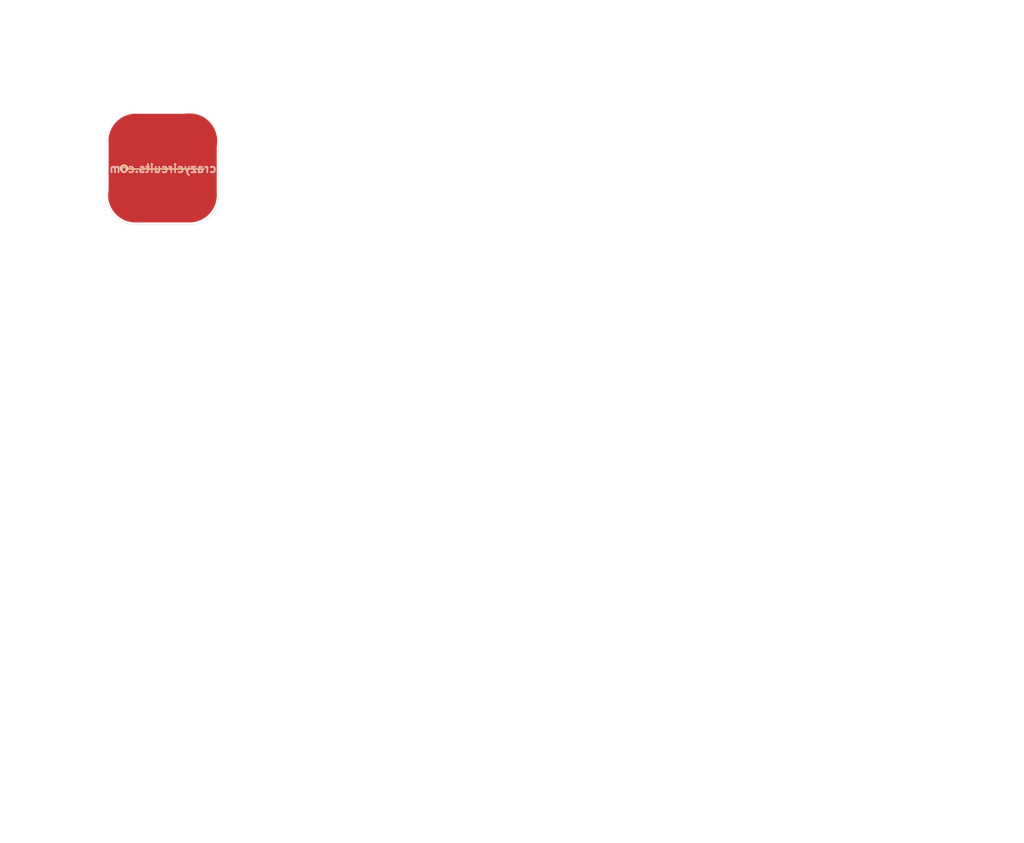
<source format=kicad_pcb>
(kicad_pcb (version 4) (host pcbnew 4.0.5-e0-6337~49~ubuntu16.04.1)

  (general
    (links 0)
    (no_connects 0)
    (area 104.572999 74.854999 178.510001 123.265001)
    (thickness 1.6)
    (drawings 4)
    (tracks 0)
    (zones 0)
    (modules 1)
    (nets 1)
  )

  (page USLetter)
  (title_block
    (title "Crazy Circuits Logo Blank")
    (date "17 Jan 2017")
    (rev 1.0)
    (company "All rights reserved.")
    (comment 1 help@browndoggadgets.com)
    (comment 2 http://browndoggadgets.com/)
    (comment 3 "Brown Dog Gadgets")
  )

  (layers
    (0 F.Cu signal)
    (31 B.Cu signal)
    (34 B.Paste user)
    (35 F.Paste user)
    (36 B.SilkS user)
    (37 F.SilkS user)
    (38 B.Mask user)
    (39 F.Mask user)
    (40 Dwgs.User user)
    (44 Edge.Cuts user)
    (46 B.CrtYd user)
    (47 F.CrtYd user)
    (48 B.Fab user)
    (49 F.Fab user)
  )

  (setup
    (last_trace_width 0.254)
    (user_trace_width 0.1524)
    (user_trace_width 0.254)
    (user_trace_width 0.3302)
    (user_trace_width 0.508)
    (user_trace_width 0.762)
    (user_trace_width 1.27)
    (trace_clearance 0.254)
    (zone_clearance 0.508)
    (zone_45_only no)
    (trace_min 0.1524)
    (segment_width 0.1524)
    (edge_width 0.1524)
    (via_size 0.6858)
    (via_drill 0.3302)
    (via_min_size 0.6858)
    (via_min_drill 0.3302)
    (user_via 0.6858 0.3302)
    (user_via 0.762 0.4064)
    (user_via 0.8636 0.508)
    (uvia_size 0.6858)
    (uvia_drill 0.3302)
    (uvias_allowed no)
    (uvia_min_size 0)
    (uvia_min_drill 0)
    (pcb_text_width 0.1524)
    (pcb_text_size 1.016 1.016)
    (mod_edge_width 0.1524)
    (mod_text_size 1.016 1.016)
    (mod_text_width 0.1524)
    (pad_size 1.524 1.524)
    (pad_drill 0.762)
    (pad_to_mask_clearance 0.0762)
    (solder_mask_min_width 0.1016)
    (pad_to_paste_clearance -0.0762)
    (aux_axis_origin 0 0)
    (visible_elements FFFEDF7D)
    (pcbplotparams
      (layerselection 0x310fc_80000001)
      (usegerberextensions true)
      (excludeedgelayer true)
      (linewidth 0.100000)
      (plotframeref false)
      (viasonmask false)
      (mode 1)
      (useauxorigin false)
      (hpglpennumber 1)
      (hpglpenspeed 20)
      (hpglpendiameter 15)
      (hpglpenoverlay 2)
      (psnegative false)
      (psa4output false)
      (plotreference true)
      (plotvalue true)
      (plotinvisibletext false)
      (padsonsilk false)
      (subtractmaskfromsilk false)
      (outputformat 1)
      (mirror false)
      (drillshape 0)
      (scaleselection 1)
      (outputdirectory gerbers))
  )

  (net 0 "")

  (net_class Default "This is the default net class."
    (clearance 0.254)
    (trace_width 0.254)
    (via_dia 0.6858)
    (via_drill 0.3302)
    (uvia_dia 0.6858)
    (uvia_drill 0.3302)
  )

  (module Crazy_Circuits:LOGO-CRAZY-2x2 (layer F.Cu) (tedit 58633627) (tstamp 587F90FC)
    (at 27.2288 28.6004)
    (descr "LED 5mm round vertical")
    (tags "LED 5mm round vertical")
    (fp_text reference LOGO (at 0 0) (layer F.Fab)
      (effects (font (size 1 1) (thickness 0.15)))
    )
    (fp_text value Val** (at 0 0) (layer F.SilkS) hide
      (effects (font (thickness 0.15)))
    )
    (fp_text user crazycircuits.com (at 0 -0.0635) (layer B.SilkS)
      (effects (font (size 1.143 1.143) (thickness 0.254)) (justify mirror))
    )
    (fp_line (start 6.7945 -1.2065) (end 5.6515 -0.254) (layer F.Mask) (width 0.1524))
    (fp_line (start 5.461 -0.254) (end 6.7945 -1.2065) (layer F.Mask) (width 0.1524))
    (fp_line (start 6.4135 -1.0795) (end 5.461 -0.254) (layer F.Mask) (width 0.1524))
    (fp_line (start 5.334 -0.3175) (end 6.4135 -1.0795) (layer F.Mask) (width 0.1524))
    (fp_line (start 6.223 -1.016) (end 5.334 -0.3175) (layer F.Mask) (width 0.1524))
    (fp_line (start 5.08 -0.254) (end 6.223 -1.016) (layer F.Mask) (width 0.1524))
    (fp_line (start 5.9055 -0.889) (end 5.08 -0.254) (layer F.Mask) (width 0.1524))
    (fp_line (start 4.953 -0.3175) (end 5.9055 -0.889) (layer F.Mask) (width 0.1524))
    (fp_line (start 5.715 -0.889) (end 4.953 -0.3175) (layer F.Mask) (width 0.1524))
    (fp_line (start 4.953 -0.4445) (end 5.715 -0.889) (layer F.Mask) (width 0.1524))
    (fp_line (start 5.461 -0.889) (end 4.953 -0.4445) (layer F.Mask) (width 0.1524))
    (fp_line (start 4.8895 -0.5715) (end 5.461 -0.889) (layer F.Mask) (width 0.1524))
    (fp_line (start 5.461 -1.0795) (end 4.8895 -0.5715) (layer F.Mask) (width 0.1524))
    (fp_line (start 5.461 -1.2065) (end 4.826 -0.6985) (layer F.Mask) (width 0.1524))
    (fp_line (start 5.588 -1.397) (end 4.7625 -0.8255) (layer F.Mask) (width 0.1524))
    (fp_line (start 5.588 -1.524) (end 4.7625 -0.9525) (layer F.Mask) (width 0.1524))
    (fp_line (start 3.7465 -0.3175) (end 3.1115 -1.2065) (layer F.Mask) (width 0.254))
    (fp_line (start 5.6515 -0.1905) (end 3.683 -0.1905) (layer F.Mask) (width 0.1524))
    (fp_line (start 7.239 -1.3335) (end 5.6515 -0.1905) (layer F.Mask) (width 0.1524))
    (fp_line (start 5.461 -0.889) (end 7.239 -1.3335) (layer F.Mask) (width 0.1524))
    (fp_line (start 5.7785 -1.778) (end 5.461 -0.889) (layer F.Mask) (width 0.1524))
    (fp_line (start 4.699 -1.0795) (end 5.7785 -1.778) (layer F.Mask) (width 0.1524))
    (fp_line (start 3.8735 -2.54) (end 4.699 -1.016) (layer F.Mask) (width 0.1524))
    (fp_line (start 3.937 -1.143) (end 3.8735 -2.54) (layer F.Mask) (width 0.1524))
    (fp_line (start 2.8575 -1.397) (end 3.937 -1.143) (layer F.Mask) (width 0.1524))
    (fp_line (start 3.683 -0.1905) (end 2.8575 -1.397) (layer F.Mask) (width 0.1524))
    (fp_line (start -4.8895 0) (end 5.7785 0) (layer F.SilkS) (width 0.1524))
    (fp_circle (center -5.461 -0.0635) (end -5.12358 0.3175) (layer F.SilkS) (width 0.1524))
    (fp_text user CRAZY (at -1.3335 -1.524) (layer F.SilkS) hide
      (effects (font (thickness 0.381)))
    )
    (fp_line (start 3.9 -7.8) (end -3.9 -7.8) (layer Edge.Cuts) (width 0.04064))
    (fp_line (start 3.9 7.8) (end -3.9 7.8) (layer Edge.Cuts) (width 0.04064))
    (fp_line (start 7.8 3.9) (end 7.8 -3.9) (layer Edge.Cuts) (width 0.04064))
    (fp_line (start -7.8 3.9) (end -7.8 -3.9) (layer Edge.Cuts) (width 0.04064))
    (fp_arc (start 3.9 -3.9) (end 3.9 -7.8) (angle 90) (layer Edge.Cuts) (width 0.04064))
    (fp_arc (start 3.9 3.9) (end 7.8 3.9) (angle 90) (layer Edge.Cuts) (width 0.04064))
    (fp_arc (start -3.9 3.9) (end -3.9 7.8) (angle 90) (layer Edge.Cuts) (width 0.04064))
    (fp_arc (start -3.9 -3.9) (end -7.8 -3.9) (angle 90) (layer Edge.Cuts) (width 0.04064))
    (fp_line (start 3.9 -7.8) (end -3.9 -7.8) (layer F.Fab) (width 0.04064))
    (fp_line (start 3.9 7.8) (end -3.9 7.8) (layer F.Fab) (width 0.04064))
    (fp_line (start 7.8 3.9) (end 7.8 -3.9) (layer F.Fab) (width 0.04064))
    (fp_line (start -7.8 3.9) (end -7.8 -3.9) (layer F.Fab) (width 0.04064))
    (fp_arc (start 3.9 -3.9) (end 3.9 -7.8) (angle 90) (layer F.Fab) (width 0.04064))
    (fp_arc (start 3.9 3.9) (end 7.8 3.9) (angle 90) (layer F.Fab) (width 0.04064))
    (fp_arc (start -3.9 3.9) (end -3.9 7.8) (angle 90) (layer F.Fab) (width 0.04064))
    (fp_arc (start -3.9 -3.9) (end -7.8 -3.9) (angle 90) (layer F.Fab) (width 0.04064))
    (fp_text user CIRCUITS (at 0.9525 1.778) (layer F.SilkS) hide
      (effects (font (thickness 0.381)))
    )
    (fp_line (start 3.937 -0.3175) (end 3.302 -1.2065) (layer F.Mask) (width 0.254))
    (fp_line (start 4.1275 -0.3175) (end 3.556 -1.143) (layer F.Mask) (width 0.254))
    (fp_line (start 4.2545 -0.3175) (end 3.81 -1.0795) (layer F.Mask) (width 0.254))
    (fp_line (start 4.5085 -0.3175) (end 4.064 -1.143) (layer F.Mask) (width 0.254))
    (fp_line (start 4.699 -0.3175) (end 4.1275 -1.397) (layer F.Mask) (width 0.254))
    (fp_line (start 4.8895 -0.3175) (end 4.0005 -2.032) (layer F.Mask) (width 0.254))
    (fp_line (start 4.064 -1.3335) (end 4.0005 -2.159) (layer F.Mask) (width 0.254))
    (pad BG smd oval (at 0 -3.937) (size 15.24 7.62) (layers F.Cu))
    (pad BG smd oval (at -3.81 -0.127 90) (size 15.24 7.62) (layers F.Cu))
    (pad BG smd oval (at -0.0635 3.683 180) (size 15.24 7.62) (layers F.Cu))
    (pad BG smd oval (at 3.7465 -0.1905 270) (size 15.24 7.62) (layers F.Cu))
  )

  (gr_text "No drill holes" (at 17.8562 6.8072) (layer Dwgs.User)
    (effects (font (size 2.54 2.54) (thickness 0.254)))
  )
  (gr_text "FABRICATION NOTES\n\n1. THIS IS A 2 LAYER BOARD. \n2. EXTERNAL LAYERS SHALL HAVE 1 OZ COPPER.\n3. MATERIAL: FR4 AND 0.062 INCH +/- 10% THICK.\n4. BOARDS SHALL BE ROHS COMPLIANT. \n5. MANUFACTURE IN ACCORDANCE WITH IPC-6012 CLASS 2\n6. MASK: BOTH SIDES OF THE BOARD SHALL HAVE \n   SOLDER MASK (BLUE) OVER BARE COPPER. \n7. SILK: BOTH SIDES OF THE BOARD SHALL HAVE WHITE SILK. \n   DO NOT PLACE SILK OVER BARE COPPER.\n8. FINISH: ENIG.\n9. MINIMUM TRACE WIDTH - 0.006 INCH.\n   MINIMUM SPACE - 0.006 INCH.\n   MINIMUM HOLE DIA - 0.013 INCH. \n10. MAX HOLE PLACEMENT TOLERANCE OF +/- 0.003 INCH.\n11. MAX HOLE DIAMETER TOLERANCE OF +/- 0.003 INCH AFTER PLATING." (at 5.0292 88.5952) (layer Dwgs.User)
    (effects (font (size 2.54 2.54) (thickness 0.254)) (justify left))
  )
  (gr_text CIRCUITS (at 27.9908 29.9974) (layer F.Mask) (tstamp 587F145F)
    (effects (font (size 1.3 1.3) (thickness 0.3)))
  )
  (gr_text CRAZY (at 25.7048 27.3304) (layer F.Mask)
    (effects (font (size 1.3 1.3) (thickness 0.3)))
  )

)

</source>
